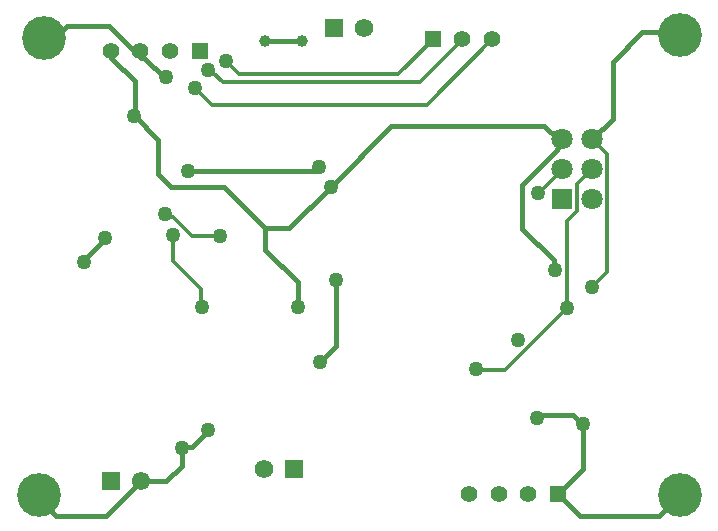
<source format=gbl>
G04*
G04 #@! TF.GenerationSoftware,Altium Limited,Altium Designer,23.6.0 (18)*
G04*
G04 Layer_Physical_Order=2*
G04 Layer_Color=16711680*
%FSLAX44Y44*%
%MOMM*%
G71*
G04*
G04 #@! TF.SameCoordinates,5DEB40B8-84CC-45EF-9636-C6304030FE47*
G04*
G04*
G04 #@! TF.FilePolarity,Positive*
G04*
G01*
G75*
%ADD15C,0.2540*%
%ADD56C,1.5700*%
%ADD57R,1.5700X1.5700*%
%ADD58R,1.4000X1.4000*%
%ADD59C,1.4000*%
%ADD62R,1.5500X1.5500*%
%ADD63C,1.5500*%
%ADD68C,0.3000*%
%ADD69C,0.4000*%
%ADD71R,1.8000X1.8000*%
%ADD72C,1.8000*%
%ADD73C,1.2700*%
%ADD74C,3.7000*%
%ADD75C,1.0000*%
D15*
X452628Y285750D02*
X452755D01*
X472821Y305816D01*
X472948D01*
D56*
X305054Y425958D02*
D03*
X220726Y52324D02*
D03*
D57*
X279654Y425958D02*
D03*
X246126Y52324D02*
D03*
D58*
X363512Y416052D02*
D03*
X165932Y405892D02*
D03*
X469354Y31242D02*
D03*
D59*
X388512Y416052D02*
D03*
X413512D02*
D03*
X90932Y405892D02*
D03*
X115932D02*
D03*
X140932D02*
D03*
X394354Y31242D02*
D03*
X419354D02*
D03*
X444354D02*
D03*
D62*
X91078Y41656D02*
D03*
D63*
X116078D02*
D03*
D68*
X510690Y303641D02*
G03*
X510690Y307993I-12342J2175D01*
G01*
X510648Y283069D02*
G03*
X510690Y282593I3000J21D01*
G01*
X510687Y303626D02*
G03*
X510648Y303154I2961J-485D01*
G01*
X510691Y278248D02*
G03*
X510648Y277754I2957J-506D01*
G01*
X510691Y278248D02*
G03*
X510690Y282593I-12343J2168D01*
G01*
X510648Y308469D02*
G03*
X510690Y307993I3000J22D01*
G01*
X185420Y379476D02*
X352190D01*
X173736Y387604D02*
X173743Y387611D01*
X177285D01*
X185420Y379476D01*
X162324Y374867D02*
X176510Y360680D01*
X358140D01*
X415201Y417741D01*
X352190Y379476D02*
X388385Y415671D01*
X188722Y397764D02*
X199644Y386842D01*
X334302D01*
X363258Y415798D01*
X510687Y303626D02*
X510690Y303641D01*
X510648Y283069D02*
Y303154D01*
Y219310D02*
Y277754D01*
X159512Y249428D02*
X184489D01*
X143451Y265489D02*
X159512Y249428D01*
X136906Y268288D02*
X139531D01*
X142330Y265489D01*
X143451D01*
X483411Y267884D02*
X485816Y270289D01*
Y293309D01*
X498323Y305816D01*
X477253Y262054D02*
X483083Y267884D01*
X483411D01*
X497840Y206502D02*
X510648Y219310D01*
Y308469D02*
Y318916D01*
X143764Y228346D02*
X167413Y204697D01*
X143764Y228346D02*
Y249936D01*
X477253Y188735D02*
Y262054D01*
X424929Y136410D02*
X477241Y188722D01*
X400062Y137172D02*
X400824Y136410D01*
X424929D01*
X167413Y189457D02*
Y204697D01*
Y189457D02*
X167894Y188976D01*
X498348Y331216D02*
X510648Y318916D01*
D69*
X248920Y189738D02*
X249428Y189230D01*
X221742Y237998D02*
X248920Y210820D01*
Y189738D02*
Y210820D01*
X221742Y237998D02*
Y256032D01*
X88930Y427482D02*
X116024Y400388D01*
X34544Y417322D02*
X43227D01*
X53387Y427482D01*
X88930D01*
X276860Y291338D02*
X328422Y342900D01*
X241554Y256032D02*
X276860Y291338D01*
X221742Y256032D02*
X241554D01*
X328422Y342900D02*
X457476D01*
X141732Y291338D02*
X186436D01*
X221742Y256032D01*
X252603Y414401D02*
X252730Y414528D01*
X221869Y414401D02*
X252603D01*
X221742Y414274D02*
X221869Y414401D01*
X457014Y98044D02*
X482346D01*
X451866Y95250D02*
X454220D01*
X482346Y98044D02*
X490474Y89916D01*
X454220Y95250D02*
X457014Y98044D01*
X469354Y31242D02*
X490474Y52362D01*
Y89916D01*
X439166Y255778D02*
Y292608D01*
X465802Y221776D02*
X466852Y220726D01*
X465802Y221776D02*
Y229142D01*
X439166Y255778D02*
X465802Y229142D01*
X116078Y41656D02*
X137922D01*
X150876Y54610D02*
Y70104D01*
X137922Y41656D02*
X150876Y54610D01*
Y70104D02*
X151893Y71121D01*
X87122Y12700D02*
X116078Y41656D01*
X570054Y421894D02*
X572456Y419492D01*
X263652Y304546D02*
X266700Y307594D01*
X156464Y304546D02*
X263652D01*
X85852Y246702D02*
Y247650D01*
X68326Y229176D02*
X85852Y246702D01*
X68326Y227584D02*
Y229176D01*
X267970Y143002D02*
X281178Y156210D01*
Y212598D01*
X131191Y301879D02*
X141732Y291338D01*
X131191Y301879D02*
Y330835D01*
X457476Y342900D02*
X469160Y331216D01*
X110998Y351536D02*
Y380414D01*
X110236Y350774D02*
X110998Y351536D01*
X110236Y350774D02*
X111252D01*
X131191Y330835D01*
X91024Y400388D02*
X110998Y380414D01*
X116024Y400388D02*
X119042D01*
X469160Y331216D02*
X472948D01*
Y327428D02*
Y331216D01*
X468754Y323234D02*
X472948Y327428D01*
X439166Y292608D02*
X468754Y322196D01*
Y323234D01*
X540512Y421894D02*
X570054D01*
X515620Y397002D02*
X540512Y421894D01*
X498348Y331216D02*
X515620Y348488D01*
Y397002D01*
X30000Y26896D02*
Y30000D01*
Y26896D02*
X44196Y12700D01*
X87122D01*
X554854Y12446D02*
X571900Y29492D01*
X488150Y12446D02*
X554854D01*
X469354Y31242D02*
X488150Y12446D01*
X172720Y84638D02*
Y85598D01*
X151893Y71121D02*
X159203D01*
X172720Y84638D01*
X119042Y400388D02*
X135636Y383794D01*
X137922D01*
D71*
X472948Y280416D02*
D03*
D72*
X498348D02*
D03*
X472948Y305816D02*
D03*
X498348D02*
D03*
X472948Y331216D02*
D03*
X498348D02*
D03*
D73*
X249428Y189230D02*
D03*
X68326Y227584D02*
D03*
X183642Y249576D02*
D03*
X136906Y268288D02*
D03*
X143764Y249936D02*
D03*
X490474Y89916D02*
D03*
X451866Y95250D02*
D03*
X267970Y143002D02*
D03*
X281178Y212598D02*
D03*
X266700Y307594D02*
D03*
X400050Y137160D02*
D03*
X167894Y188976D02*
D03*
X110236Y350774D02*
D03*
X162324Y374867D02*
D03*
X188468Y397510D02*
D03*
X173482Y390144D02*
D03*
X156464Y304546D02*
D03*
X85852Y247650D02*
D03*
X497840Y206502D02*
D03*
X452628Y285750D02*
D03*
X466852Y220726D02*
D03*
X477266Y188722D02*
D03*
X435610Y161544D02*
D03*
X172720Y85598D02*
D03*
X150876Y70104D02*
D03*
X137922Y383794D02*
D03*
X276860Y291338D02*
D03*
D74*
X34544Y417322D02*
D03*
X572456Y420000D02*
D03*
X30000Y30000D02*
D03*
X572456D02*
D03*
D75*
X221742Y414274D02*
D03*
X252730Y414528D02*
D03*
M02*

</source>
